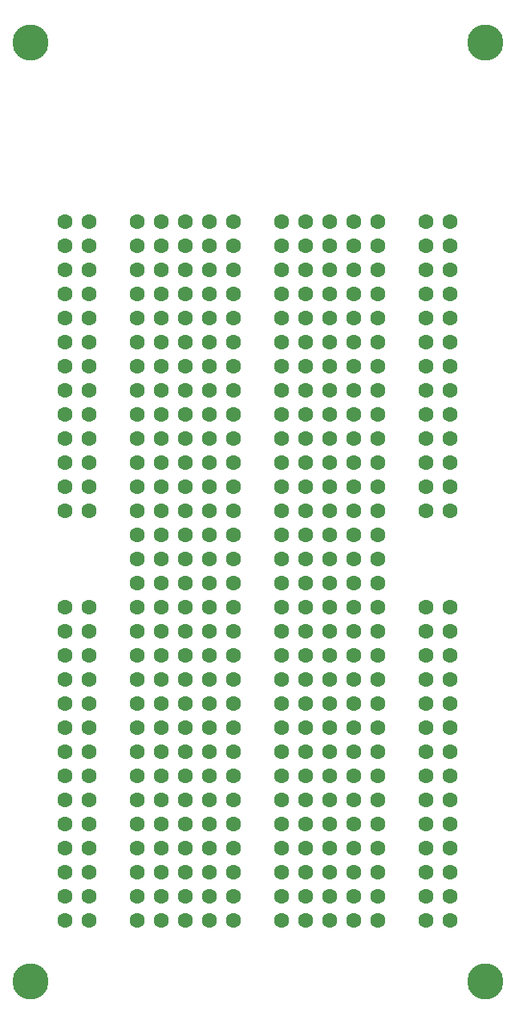
<source format=gbl>
G04 #@! TF.GenerationSoftware,KiCad,Pcbnew,8.0.2*
G04 #@! TF.CreationDate,2024-08-26T09:39:57-06:00*
G04 #@! TF.ProjectId,Perfboard,50657266-626f-4617-9264-2e6b69636164,rev?*
G04 #@! TF.SameCoordinates,Original*
G04 #@! TF.FileFunction,Copper,L2,Bot*
G04 #@! TF.FilePolarity,Positive*
%FSLAX46Y46*%
G04 Gerber Fmt 4.6, Leading zero omitted, Abs format (unit mm)*
G04 Created by KiCad (PCBNEW 8.0.2) date 2024-08-26 09:39:57*
%MOMM*%
%LPD*%
G01*
G04 APERTURE LIST*
G04 #@! TA.AperFunction,ComponentPad*
%ADD10C,1.600000*%
G04 #@! TD*
G04 #@! TA.AperFunction,ComponentPad*
%ADD11C,2.600000*%
G04 #@! TD*
G04 #@! TA.AperFunction,ConnectorPad*
%ADD12C,3.800000*%
G04 #@! TD*
G04 APERTURE END LIST*
D10*
X125680000Y-88720000D03*
X143460000Y-126820000D03*
X153620000Y-65860000D03*
X125680000Y-119200000D03*
X135840000Y-78560000D03*
X128220000Y-76020000D03*
X140920000Y-65860000D03*
X151080000Y-121740000D03*
X135840000Y-134440000D03*
X125680000Y-78560000D03*
X163780000Y-91260000D03*
X135840000Y-76020000D03*
X166320000Y-86180000D03*
X133300000Y-139520000D03*
D11*
X122000000Y-47000000D03*
D12*
X122000000Y-47000000D03*
D10*
X151080000Y-119200000D03*
X138380000Y-111580000D03*
X140920000Y-139520000D03*
X153620000Y-96340000D03*
X143460000Y-96340000D03*
X148540000Y-76020000D03*
D11*
X170000000Y-146000000D03*
D12*
X170000000Y-146000000D03*
D10*
X151080000Y-86180000D03*
X163780000Y-111580000D03*
X158700000Y-119200000D03*
X133300000Y-114120000D03*
X143460000Y-86180000D03*
X133300000Y-98880000D03*
X125680000Y-136980000D03*
X151080000Y-136980000D03*
X151080000Y-88720000D03*
X151080000Y-101420000D03*
X138380000Y-121740000D03*
X153620000Y-70940000D03*
X163780000Y-119200000D03*
X135840000Y-88720000D03*
X128220000Y-78560000D03*
X135840000Y-114120000D03*
X143460000Y-124280000D03*
X153620000Y-111580000D03*
X151080000Y-73480000D03*
X148540000Y-98880000D03*
X163780000Y-65860000D03*
X163780000Y-78560000D03*
X133300000Y-96340000D03*
X135840000Y-101420000D03*
X158700000Y-124280000D03*
X163780000Y-86180000D03*
X125680000Y-76020000D03*
X125680000Y-106500000D03*
X151080000Y-76020000D03*
X143460000Y-129360000D03*
X148540000Y-139520000D03*
X133300000Y-101420000D03*
X148540000Y-111580000D03*
X140920000Y-126820000D03*
X128220000Y-139520000D03*
X135840000Y-139520000D03*
X153620000Y-78560000D03*
X158700000Y-139520000D03*
X140920000Y-70940000D03*
X158700000Y-103960000D03*
X138380000Y-116660000D03*
X151080000Y-126820000D03*
X133300000Y-86180000D03*
X143460000Y-78560000D03*
X158700000Y-116660000D03*
X153620000Y-83640000D03*
X138380000Y-81100000D03*
X156160000Y-139520000D03*
X163780000Y-136980000D03*
X143460000Y-68400000D03*
X128220000Y-73480000D03*
X140920000Y-91260000D03*
X125680000Y-134440000D03*
X133300000Y-68400000D03*
X156160000Y-96340000D03*
X158700000Y-91260000D03*
X151080000Y-124280000D03*
X133300000Y-119200000D03*
X163780000Y-124280000D03*
X166320000Y-78560000D03*
X125680000Y-121740000D03*
X140920000Y-86180000D03*
X128220000Y-116660000D03*
X158700000Y-65860000D03*
X156160000Y-116660000D03*
X148540000Y-81100000D03*
X151080000Y-98880000D03*
X138380000Y-98880000D03*
X158700000Y-73480000D03*
X138380000Y-129360000D03*
X156160000Y-78560000D03*
X138380000Y-136980000D03*
X156160000Y-124280000D03*
X151080000Y-96340000D03*
X138380000Y-70940000D03*
X138380000Y-91260000D03*
X156160000Y-129360000D03*
X128220000Y-111580000D03*
X148540000Y-73480000D03*
X156160000Y-114120000D03*
X143460000Y-98880000D03*
X133300000Y-116660000D03*
X156160000Y-68400000D03*
X151080000Y-68400000D03*
X153620000Y-88720000D03*
X140920000Y-136980000D03*
X128220000Y-70940000D03*
X156160000Y-88720000D03*
X166320000Y-76020000D03*
X153620000Y-139520000D03*
X140920000Y-88720000D03*
X143460000Y-116660000D03*
X156160000Y-81100000D03*
X143460000Y-106500000D03*
X143460000Y-101420000D03*
X158700000Y-81100000D03*
X143460000Y-81100000D03*
X163780000Y-68400000D03*
X140920000Y-106500000D03*
X158700000Y-129360000D03*
X143460000Y-65860000D03*
X143460000Y-91260000D03*
X128220000Y-121740000D03*
X166320000Y-83640000D03*
X133300000Y-106500000D03*
X148540000Y-106500000D03*
X133300000Y-91260000D03*
X151080000Y-131900000D03*
X163780000Y-126820000D03*
X138380000Y-139520000D03*
X153620000Y-81100000D03*
X166320000Y-124280000D03*
X166320000Y-131900000D03*
X158700000Y-109040000D03*
X166320000Y-126820000D03*
X148540000Y-88720000D03*
X163780000Y-83640000D03*
X135840000Y-111580000D03*
X140920000Y-103960000D03*
X163780000Y-131900000D03*
X158700000Y-78560000D03*
X125680000Y-139520000D03*
X151080000Y-70940000D03*
X148540000Y-109040000D03*
X140920000Y-96340000D03*
X153620000Y-136980000D03*
X148540000Y-91260000D03*
X125680000Y-81100000D03*
X125680000Y-68400000D03*
X153620000Y-124280000D03*
X158700000Y-131900000D03*
X125680000Y-114120000D03*
X125680000Y-73480000D03*
X135840000Y-126820000D03*
X163780000Y-73480000D03*
X156160000Y-93800000D03*
X143460000Y-131900000D03*
X153620000Y-86180000D03*
X128220000Y-81100000D03*
X125680000Y-116660000D03*
X133300000Y-65860000D03*
X133300000Y-129360000D03*
X135840000Y-81100000D03*
X138380000Y-88720000D03*
X153620000Y-106500000D03*
X166320000Y-96340000D03*
X135840000Y-65860000D03*
X138380000Y-114120000D03*
X133300000Y-109040000D03*
X151080000Y-103960000D03*
X125680000Y-129360000D03*
X140920000Y-111580000D03*
X166320000Y-134440000D03*
X128220000Y-65860000D03*
X135840000Y-73480000D03*
X153620000Y-114120000D03*
X133300000Y-73480000D03*
X133300000Y-124280000D03*
X143460000Y-93800000D03*
X135840000Y-70940000D03*
X148540000Y-136980000D03*
X156160000Y-98880000D03*
X151080000Y-91260000D03*
X151080000Y-129360000D03*
X125680000Y-124280000D03*
X156160000Y-70940000D03*
X166320000Y-73480000D03*
X158700000Y-121740000D03*
X143460000Y-136980000D03*
X143460000Y-139520000D03*
X128220000Y-106500000D03*
X133300000Y-131900000D03*
X138380000Y-83640000D03*
X156160000Y-121740000D03*
X128220000Y-86180000D03*
X163780000Y-70940000D03*
X156160000Y-86180000D03*
X133300000Y-70940000D03*
X133300000Y-83640000D03*
X153620000Y-129360000D03*
X166320000Y-93800000D03*
X135840000Y-83640000D03*
X153620000Y-98880000D03*
X138380000Y-65860000D03*
X125680000Y-70940000D03*
X140920000Y-134440000D03*
X158700000Y-83640000D03*
X156160000Y-126820000D03*
X133300000Y-88720000D03*
X158700000Y-136980000D03*
X153620000Y-119200000D03*
X151080000Y-78560000D03*
X148540000Y-78560000D03*
X166320000Y-109040000D03*
X156160000Y-91260000D03*
X158700000Y-98880000D03*
X125680000Y-96340000D03*
X135840000Y-68400000D03*
X125680000Y-111580000D03*
X163780000Y-134440000D03*
X153620000Y-134440000D03*
X151080000Y-106500000D03*
X140920000Y-121740000D03*
X153620000Y-109040000D03*
X148540000Y-124280000D03*
X138380000Y-119200000D03*
X140920000Y-76020000D03*
X140920000Y-101420000D03*
X148540000Y-65860000D03*
X163780000Y-109040000D03*
X158700000Y-111580000D03*
X140920000Y-98880000D03*
X151080000Y-134440000D03*
X135840000Y-119200000D03*
X156160000Y-101420000D03*
X158700000Y-68400000D03*
X143460000Y-83640000D03*
X133300000Y-136980000D03*
X128220000Y-109040000D03*
X158700000Y-70940000D03*
X138380000Y-93800000D03*
X133300000Y-121740000D03*
X148540000Y-96340000D03*
X135840000Y-116660000D03*
X135840000Y-93800000D03*
X125680000Y-109040000D03*
X166320000Y-139520000D03*
X148540000Y-126820000D03*
X143460000Y-111580000D03*
X153620000Y-126820000D03*
X140920000Y-131900000D03*
X138380000Y-73480000D03*
X166320000Y-70940000D03*
X125680000Y-93800000D03*
X153620000Y-131900000D03*
X128220000Y-131900000D03*
X148540000Y-103960000D03*
X135840000Y-131900000D03*
X128220000Y-136980000D03*
X156160000Y-83640000D03*
X135840000Y-96340000D03*
X158700000Y-101420000D03*
X158700000Y-76020000D03*
X125680000Y-126820000D03*
X151080000Y-114120000D03*
X148540000Y-93800000D03*
X148540000Y-116660000D03*
X133300000Y-126820000D03*
X156160000Y-119200000D03*
X163780000Y-81100000D03*
X166320000Y-81100000D03*
X156160000Y-106500000D03*
X140920000Y-78560000D03*
X158700000Y-114120000D03*
X153620000Y-93800000D03*
X143460000Y-121740000D03*
X140920000Y-83640000D03*
X133300000Y-111580000D03*
X143460000Y-109040000D03*
X138380000Y-101420000D03*
X163780000Y-96340000D03*
X128220000Y-119200000D03*
X133300000Y-76020000D03*
D11*
X122000000Y-146000000D03*
D12*
X122000000Y-146000000D03*
D10*
X135840000Y-136980000D03*
X153620000Y-68400000D03*
X138380000Y-106500000D03*
X128220000Y-93800000D03*
X128220000Y-91260000D03*
X166320000Y-111580000D03*
X148540000Y-119200000D03*
X135840000Y-109040000D03*
X125680000Y-91260000D03*
X156160000Y-111580000D03*
X138380000Y-109040000D03*
X143460000Y-134440000D03*
X140920000Y-93800000D03*
X148540000Y-121740000D03*
X125680000Y-65860000D03*
X151080000Y-116660000D03*
X140920000Y-116660000D03*
X140920000Y-81100000D03*
X125680000Y-131900000D03*
X140920000Y-129360000D03*
X156160000Y-103960000D03*
X163780000Y-139520000D03*
X166320000Y-114120000D03*
X148540000Y-114120000D03*
X156160000Y-134440000D03*
X151080000Y-65860000D03*
X151080000Y-93800000D03*
X135840000Y-103960000D03*
X135840000Y-98880000D03*
X163780000Y-88720000D03*
X156160000Y-131900000D03*
X138380000Y-96340000D03*
X140920000Y-114120000D03*
X151080000Y-109040000D03*
X133300000Y-134440000D03*
X138380000Y-103960000D03*
X166320000Y-91260000D03*
X163780000Y-114120000D03*
X166320000Y-129360000D03*
X148540000Y-70940000D03*
X166320000Y-136980000D03*
X135840000Y-121740000D03*
X156160000Y-65860000D03*
X128220000Y-114120000D03*
X138380000Y-126820000D03*
X128220000Y-134440000D03*
X135840000Y-91260000D03*
X153620000Y-76020000D03*
X128220000Y-126820000D03*
X153620000Y-121740000D03*
X163780000Y-93800000D03*
X133300000Y-78560000D03*
X148540000Y-83640000D03*
X135840000Y-106500000D03*
X128220000Y-124280000D03*
X153620000Y-91260000D03*
X163780000Y-129360000D03*
X143460000Y-73480000D03*
X156160000Y-73480000D03*
X151080000Y-139520000D03*
D11*
X170000000Y-47000000D03*
D12*
X170000000Y-47000000D03*
D10*
X125680000Y-83640000D03*
X166320000Y-88720000D03*
X140920000Y-73480000D03*
X140920000Y-119200000D03*
X158700000Y-88720000D03*
X143460000Y-103960000D03*
X158700000Y-86180000D03*
X135840000Y-124280000D03*
X163780000Y-76020000D03*
X128220000Y-83640000D03*
X138380000Y-76020000D03*
X166320000Y-106500000D03*
X133300000Y-103960000D03*
X163780000Y-121740000D03*
X163780000Y-106500000D03*
X158700000Y-134440000D03*
X148540000Y-68400000D03*
X138380000Y-134440000D03*
X143460000Y-88720000D03*
X166320000Y-116660000D03*
X153620000Y-73480000D03*
X143460000Y-76020000D03*
X133300000Y-93800000D03*
X140920000Y-109040000D03*
X148540000Y-86180000D03*
X156160000Y-76020000D03*
X135840000Y-129360000D03*
X158700000Y-93800000D03*
X158700000Y-96340000D03*
X156160000Y-109040000D03*
X156160000Y-136980000D03*
X140920000Y-124280000D03*
X153620000Y-101420000D03*
X166320000Y-119200000D03*
X148540000Y-134440000D03*
X153620000Y-103960000D03*
X151080000Y-111580000D03*
X151080000Y-81100000D03*
X148540000Y-129360000D03*
X140920000Y-68400000D03*
X133300000Y-81100000D03*
X148540000Y-101420000D03*
X166320000Y-65860000D03*
X125680000Y-86180000D03*
X158700000Y-126820000D03*
X143460000Y-119200000D03*
X153620000Y-116660000D03*
X138380000Y-86180000D03*
X148540000Y-131900000D03*
X138380000Y-124280000D03*
X128220000Y-88720000D03*
X163780000Y-116660000D03*
X128220000Y-96340000D03*
X143460000Y-114120000D03*
X135840000Y-86180000D03*
X138380000Y-78560000D03*
X166320000Y-121740000D03*
X128220000Y-68400000D03*
X151080000Y-83640000D03*
X128220000Y-129360000D03*
X158700000Y-106500000D03*
X138380000Y-68400000D03*
X143460000Y-70940000D03*
X138380000Y-131900000D03*
X166320000Y-68400000D03*
M02*

</source>
